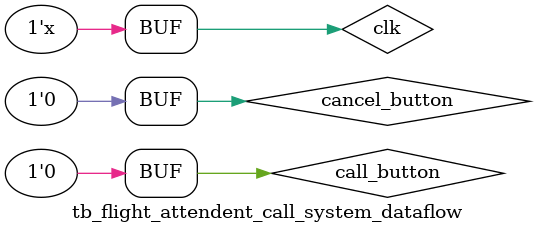
<source format=v>
`timescale 1ns / 1ps


module tb_flight_attendent_call_system_dataflow;

reg clk;
reg call_button;
reg cancel_button;

wire light_state;

flight_attendent_call_system_dataflow u1 (
    .clk(clk),
    .call_button(call_button),
    .cancel_button(cancel_button),
    .light_state(light_state)
);

initial
begin

clk = 0;
call_button = 0;
cancel_button = 0;

#10;

call_button = 1;
cancel_button = 0;

#10

call_button = 0;
cancel_button = 1;

#10

call_button = 1;
cancel_button = 1;

#10

call_button = 0;
cancel_button = 0;

#10

call_button = 1;
cancel_button = 0;

#10

cancel_button = 1;

#20

cancel_button = 0;

#20

call_button = 0;
cancel_button = 1;

#20

call_button = 0;
cancel_button = 0;

end

always
#5 clk = ~clk;

endmodule

</source>
